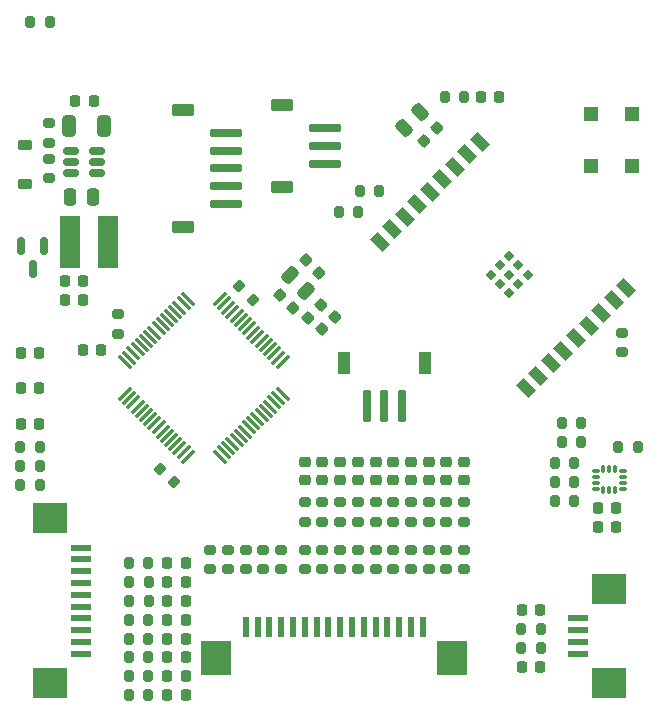
<source format=gbr>
%TF.GenerationSoftware,KiCad,Pcbnew,8.0.6-1.fc40*%
%TF.CreationDate,2025-02-15T22:24:14+01:00*%
%TF.ProjectId,airMouse-mcu,6169724d-6f75-4736-952d-6d63752e6b69,RC1*%
%TF.SameCoordinates,Original*%
%TF.FileFunction,Paste,Top*%
%TF.FilePolarity,Positive*%
%FSLAX46Y46*%
G04 Gerber Fmt 4.6, Leading zero omitted, Abs format (unit mm)*
G04 Created by KiCad (PCBNEW 8.0.6-1.fc40) date 2025-02-15 22:24:14*
%MOMM*%
%LPD*%
G01*
G04 APERTURE LIST*
G04 Aperture macros list*
%AMRoundRect*
0 Rectangle with rounded corners*
0 $1 Rounding radius*
0 $2 $3 $4 $5 $6 $7 $8 $9 X,Y pos of 4 corners*
0 Add a 4 corners polygon primitive as box body*
4,1,4,$2,$3,$4,$5,$6,$7,$8,$9,$2,$3,0*
0 Add four circle primitives for the rounded corners*
1,1,$1+$1,$2,$3*
1,1,$1+$1,$4,$5*
1,1,$1+$1,$6,$7*
1,1,$1+$1,$8,$9*
0 Add four rect primitives between the rounded corners*
20,1,$1+$1,$2,$3,$4,$5,0*
20,1,$1+$1,$4,$5,$6,$7,0*
20,1,$1+$1,$6,$7,$8,$9,0*
20,1,$1+$1,$8,$9,$2,$3,0*%
%AMRotRect*
0 Rectangle, with rotation*
0 The origin of the aperture is its center*
0 $1 length*
0 $2 width*
0 $3 Rotation angle, in degrees counterclockwise*
0 Add horizontal line*
21,1,$1,$2,0,0,$3*%
G04 Aperture macros list end*
%ADD10RoundRect,0.200000X-0.275000X0.200000X-0.275000X-0.200000X0.275000X-0.200000X0.275000X0.200000X0*%
%ADD11RoundRect,0.250000X-0.325000X-0.650000X0.325000X-0.650000X0.325000X0.650000X-0.325000X0.650000X0*%
%ADD12RoundRect,0.150000X0.512500X0.150000X-0.512500X0.150000X-0.512500X-0.150000X0.512500X-0.150000X0*%
%ADD13R,1.750000X4.500000*%
%ADD14RoundRect,0.225000X-0.225000X-0.250000X0.225000X-0.250000X0.225000X0.250000X-0.225000X0.250000X0*%
%ADD15RoundRect,0.250000X-0.159099X0.512652X-0.512652X0.159099X0.159099X-0.512652X0.512652X-0.159099X0*%
%ADD16RoundRect,0.225000X-0.017678X0.335876X-0.335876X0.017678X0.017678X-0.335876X0.335876X-0.017678X0*%
%ADD17RoundRect,0.250000X0.512652X0.159099X0.159099X0.512652X-0.512652X-0.159099X-0.159099X-0.512652X0*%
%ADD18RoundRect,0.225000X0.335876X0.017678X0.017678X0.335876X-0.335876X-0.017678X-0.017678X-0.335876X0*%
%ADD19RoundRect,0.250000X-0.250000X-0.475000X0.250000X-0.475000X0.250000X0.475000X-0.250000X0.475000X0*%
%ADD20RoundRect,0.200000X0.200000X0.275000X-0.200000X0.275000X-0.200000X-0.275000X0.200000X-0.275000X0*%
%ADD21RotRect,0.700000X0.700000X315.000000*%
%ADD22RotRect,1.500000X0.900000X315.000000*%
%ADD23RoundRect,0.075000X-0.441942X0.548008X-0.548008X0.441942X0.441942X-0.548008X0.548008X-0.441942X0*%
%ADD24RoundRect,0.075000X0.441942X0.548008X-0.548008X-0.441942X-0.441942X-0.548008X0.548008X0.441942X0*%
%ADD25RoundRect,0.087500X-0.225000X-0.087500X0.225000X-0.087500X0.225000X0.087500X-0.225000X0.087500X0*%
%ADD26RoundRect,0.087500X-0.087500X-0.225000X0.087500X-0.225000X0.087500X0.225000X-0.087500X0.225000X0*%
%ADD27R,1.200000X1.200000*%
%ADD28RoundRect,0.200000X-0.200000X-0.275000X0.200000X-0.275000X0.200000X0.275000X-0.200000X0.275000X0*%
%ADD29RoundRect,0.200000X0.275000X-0.200000X0.275000X0.200000X-0.275000X0.200000X-0.275000X-0.200000X0*%
%ADD30RoundRect,0.200000X-0.335876X-0.053033X-0.053033X-0.335876X0.335876X0.053033X0.053033X0.335876X0*%
%ADD31RoundRect,0.150000X-0.150000X0.587500X-0.150000X-0.587500X0.150000X-0.587500X0.150000X0.587500X0*%
%ADD32R,1.800000X0.600000*%
%ADD33R,3.000000X2.500000*%
%ADD34R,2.500000X3.000000*%
%ADD35R,0.600000X1.800000*%
%ADD36RoundRect,0.175000X-1.175000X0.175000X-1.175000X-0.175000X1.175000X-0.175000X1.175000X0.175000X0*%
%ADD37RoundRect,0.250000X-0.700000X0.300000X-0.700000X-0.300000X0.700000X-0.300000X0.700000X0.300000X0*%
%ADD38RoundRect,0.175000X0.175000X1.175000X-0.175000X1.175000X-0.175000X-1.175000X0.175000X-1.175000X0*%
%ADD39RoundRect,0.250000X0.300000X0.700000X-0.300000X0.700000X-0.300000X-0.700000X0.300000X-0.700000X0*%
%ADD40RoundRect,0.218750X-0.218750X-0.256250X0.218750X-0.256250X0.218750X0.256250X-0.218750X0.256250X0*%
%ADD41RoundRect,0.225000X-0.375000X0.225000X-0.375000X-0.225000X0.375000X-0.225000X0.375000X0.225000X0*%
%ADD42RoundRect,0.225000X0.250000X-0.225000X0.250000X0.225000X-0.250000X0.225000X-0.250000X-0.225000X0*%
%ADD43RoundRect,0.225000X0.225000X0.250000X-0.225000X0.250000X-0.225000X-0.250000X0.225000X-0.250000X0*%
%ADD44RoundRect,0.225000X0.017678X-0.335876X0.335876X-0.017678X-0.017678X0.335876X-0.335876X0.017678X0*%
G04 APERTURE END LIST*
D10*
%TO.C,R6*%
X104600000Y-97593599D03*
X104600000Y-99243599D03*
%TD*%
%TO.C,R5*%
X104600000Y-94593599D03*
X104600000Y-96243599D03*
%TD*%
D11*
%TO.C,C7*%
X106325000Y-94818599D03*
X109275000Y-94818599D03*
%TD*%
D12*
%TO.C,U2*%
X108700000Y-98818599D03*
X108700000Y-97868599D03*
X108700000Y-96918599D03*
X106425000Y-96918599D03*
X106425000Y-97868599D03*
X106425000Y-98818599D03*
%TD*%
D13*
%TO.C,L1*%
X106375000Y-104618599D03*
X109625000Y-104618599D03*
%TD*%
D14*
%TO.C,C36*%
X114625000Y-143018599D03*
X116175000Y-143018599D03*
%TD*%
D15*
%TO.C,C16*%
X136001076Y-93665513D03*
X134657574Y-95009015D03*
%TD*%
D16*
%TO.C,C15*%
X137477333Y-94989256D03*
X136381317Y-96085272D03*
%TD*%
D17*
%TO.C,C12*%
X125031535Y-107475796D03*
X126375037Y-108819298D03*
%TD*%
D18*
%TO.C,C11*%
X124155278Y-109099539D03*
X125251294Y-110195555D03*
%TD*%
D14*
%TO.C,C6*%
X106825000Y-92718599D03*
X108375000Y-92718599D03*
%TD*%
%TO.C,C4*%
X151062500Y-128768599D03*
X152612500Y-128768599D03*
%TD*%
D19*
%TO.C,C2*%
X106412500Y-100868599D03*
X108312500Y-100868599D03*
%TD*%
D20*
%TO.C,R54*%
X146225000Y-139018599D03*
X144575000Y-139018599D03*
%TD*%
%TO.C,R53*%
X146225000Y-137418599D03*
X144575000Y-137418599D03*
%TD*%
D21*
%TO.C,U4*%
X143566726Y-105851873D03*
X142788909Y-106629690D03*
X142011091Y-107407508D03*
X144344544Y-106629690D03*
X143566726Y-107407508D03*
X142788909Y-108185325D03*
X145122361Y-107407508D03*
X144344544Y-108185325D03*
X143566726Y-108963143D03*
D22*
X141084781Y-96157439D03*
X140024121Y-97218099D03*
X138963461Y-98278759D03*
X137902801Y-99339419D03*
X136842141Y-100400080D03*
X135781480Y-101460740D03*
X134720820Y-102521400D03*
X133660160Y-103582060D03*
X132599500Y-104642720D03*
X144973869Y-117017089D03*
X146034529Y-115956429D03*
X147095189Y-114895769D03*
X148155849Y-113835109D03*
X149216509Y-112774448D03*
X150277170Y-111713788D03*
X151337830Y-110653128D03*
X152398490Y-109592468D03*
X153459150Y-108531808D03*
%TD*%
D23*
%TO.C,U3*%
X124367767Y-117508728D03*
X124014214Y-117862281D03*
X123660661Y-118215834D03*
X123307107Y-118569388D03*
X122953554Y-118922941D03*
X122600000Y-119276495D03*
X122246447Y-119630048D03*
X121892894Y-119983601D03*
X121539340Y-120337155D03*
X121185787Y-120690708D03*
X120832234Y-121044261D03*
X120478680Y-121397815D03*
X120125127Y-121751368D03*
X119771573Y-122104922D03*
X119418020Y-122458475D03*
X119064467Y-122812028D03*
D24*
X116342105Y-122812028D03*
X115988552Y-122458475D03*
X115634999Y-122104922D03*
X115281445Y-121751368D03*
X114927892Y-121397815D03*
X114574338Y-121044261D03*
X114220785Y-120690708D03*
X113867232Y-120337155D03*
X113513678Y-119983601D03*
X113160125Y-119630048D03*
X112806572Y-119276495D03*
X112453018Y-118922941D03*
X112099465Y-118569388D03*
X111745911Y-118215834D03*
X111392358Y-117862281D03*
X111038805Y-117508728D03*
D23*
X111038805Y-114786366D03*
X111392358Y-114432813D03*
X111745911Y-114079260D03*
X112099465Y-113725706D03*
X112453018Y-113372153D03*
X112806572Y-113018599D03*
X113160125Y-112665046D03*
X113513678Y-112311493D03*
X113867232Y-111957939D03*
X114220785Y-111604386D03*
X114574338Y-111250833D03*
X114927892Y-110897279D03*
X115281445Y-110543726D03*
X115634999Y-110190172D03*
X115988552Y-109836619D03*
X116342105Y-109483066D03*
D24*
X119064467Y-109483066D03*
X119418020Y-109836619D03*
X119771573Y-110190172D03*
X120125127Y-110543726D03*
X120478680Y-110897279D03*
X120832234Y-111250833D03*
X121185787Y-111604386D03*
X121539340Y-111957939D03*
X121892894Y-112311493D03*
X122246447Y-112665046D03*
X122600000Y-113018599D03*
X122953554Y-113372153D03*
X123307107Y-113725706D03*
X123660661Y-114079260D03*
X124014214Y-114432813D03*
X124367767Y-114786366D03*
%TD*%
D25*
%TO.C,U1*%
X150875000Y-124018599D03*
X150875000Y-124518599D03*
X150875000Y-125018599D03*
X150875000Y-125518599D03*
D26*
X151537500Y-125681099D03*
X152037500Y-125681099D03*
X152537500Y-125681099D03*
D25*
X153200000Y-125518599D03*
X153200000Y-125018599D03*
X153200000Y-124518599D03*
X153200000Y-124018599D03*
D26*
X152537500Y-123856099D03*
X152037500Y-123856099D03*
X151537500Y-123856099D03*
%TD*%
D27*
%TO.C,SW1*%
X150450000Y-93793599D03*
X150450000Y-98243599D03*
X153950000Y-93793599D03*
X153950000Y-98243599D03*
%TD*%
D28*
%TO.C,R52*%
X113000000Y-131818599D03*
X111350000Y-131818599D03*
%TD*%
%TO.C,R51*%
X113025000Y-133418599D03*
X111375000Y-133418599D03*
%TD*%
%TO.C,R50*%
X113025000Y-135018599D03*
X111375000Y-135018599D03*
%TD*%
%TO.C,R49*%
X113000000Y-136618599D03*
X111350000Y-136618599D03*
%TD*%
%TO.C,R48*%
X113000000Y-138218599D03*
X111350000Y-138218599D03*
%TD*%
%TO.C,R47*%
X113000000Y-139818599D03*
X111350000Y-139818599D03*
%TD*%
%TO.C,R46*%
X113000000Y-141418599D03*
X111350000Y-141418599D03*
%TD*%
%TO.C,R45*%
X113000000Y-143018599D03*
X111350000Y-143018599D03*
%TD*%
D29*
%TO.C,R44*%
X126250000Y-126693599D03*
X126250000Y-128343599D03*
%TD*%
%TO.C,R43*%
X127750000Y-126693599D03*
X127750000Y-128343599D03*
%TD*%
%TO.C,R42*%
X129250000Y-126693599D03*
X129250000Y-128343599D03*
%TD*%
%TO.C,R41*%
X130750000Y-126693599D03*
X130750000Y-128343599D03*
%TD*%
%TO.C,R40*%
X132250000Y-126693599D03*
X132250000Y-128343599D03*
%TD*%
%TO.C,R39*%
X133750000Y-126693599D03*
X133750000Y-128343599D03*
%TD*%
%TO.C,R38*%
X135250000Y-126693599D03*
X135250000Y-128343599D03*
%TD*%
%TO.C,R37*%
X136750000Y-126693599D03*
X136750000Y-128343599D03*
%TD*%
%TO.C,R36*%
X138250000Y-126693599D03*
X138250000Y-128343599D03*
%TD*%
%TO.C,R35*%
X139750000Y-126693599D03*
X139750000Y-128343599D03*
%TD*%
D10*
%TO.C,R34*%
X126250000Y-132343599D03*
X126250000Y-130693599D03*
%TD*%
%TO.C,R33*%
X127750000Y-132343599D03*
X127750000Y-130693599D03*
%TD*%
%TO.C,R32*%
X129260000Y-132343599D03*
X129260000Y-130693599D03*
%TD*%
%TO.C,R31*%
X130750000Y-132343599D03*
X130750000Y-130693599D03*
%TD*%
%TO.C,R30*%
X132260000Y-132343599D03*
X132260000Y-130693599D03*
%TD*%
%TO.C,R29*%
X133760000Y-132343599D03*
X133760000Y-130693599D03*
%TD*%
%TO.C,R28*%
X135250000Y-132343599D03*
X135250000Y-130693599D03*
%TD*%
%TO.C,R27*%
X136750000Y-132343599D03*
X136750000Y-130693599D03*
%TD*%
%TO.C,R26*%
X138250000Y-132343599D03*
X138250000Y-130693599D03*
%TD*%
%TO.C,R25*%
X139750000Y-132343599D03*
X139750000Y-130693599D03*
%TD*%
%TO.C,R24*%
X118250000Y-132343599D03*
X118250000Y-130693599D03*
%TD*%
%TO.C,R23*%
X119750000Y-132343599D03*
X119750000Y-130693599D03*
%TD*%
%TO.C,R22*%
X121250000Y-132343599D03*
X121250000Y-130693599D03*
%TD*%
%TO.C,R21*%
X122750000Y-132343599D03*
X122750000Y-130693599D03*
%TD*%
%TO.C,R20*%
X124250000Y-132343599D03*
X124250000Y-130693599D03*
%TD*%
D28*
%TO.C,R19*%
X103000000Y-86018599D03*
X104650000Y-86018599D03*
%TD*%
%TO.C,R18*%
X138104325Y-92337264D03*
X139754325Y-92337264D03*
%TD*%
D29*
%TO.C,R17*%
X153129325Y-113962264D03*
X153129325Y-112312264D03*
%TD*%
D28*
%TO.C,R16*%
X102175000Y-123618599D03*
X103825000Y-123618599D03*
%TD*%
%TO.C,R15*%
X102175000Y-122018599D03*
X103825000Y-122018599D03*
%TD*%
%TO.C,R14*%
X102175000Y-125218599D03*
X103825000Y-125218599D03*
%TD*%
%TO.C,R13*%
X130904325Y-100337264D03*
X132554325Y-100337264D03*
%TD*%
%TO.C,R12*%
X129129325Y-102137264D03*
X130779325Y-102137264D03*
%TD*%
D30*
%TO.C,R11*%
X115183363Y-125001962D03*
X114016637Y-123835236D03*
%TD*%
D29*
%TO.C,R10*%
X110400000Y-112418599D03*
X110400000Y-110768599D03*
%TD*%
D28*
%TO.C,R9*%
X148012500Y-119968599D03*
X149662500Y-119968599D03*
%TD*%
%TO.C,R8*%
X148012500Y-121568599D03*
X149662500Y-121568599D03*
%TD*%
D30*
%TO.C,R7*%
X121886649Y-109530910D03*
X120719923Y-108364184D03*
%TD*%
D20*
%TO.C,R4*%
X149062500Y-126568599D03*
X147412500Y-126568599D03*
%TD*%
%TO.C,R3*%
X149062500Y-124968599D03*
X147412500Y-124968599D03*
%TD*%
%TO.C,R2*%
X149062500Y-123368599D03*
X147412500Y-123368599D03*
%TD*%
%TO.C,R1*%
X154462500Y-121968599D03*
X152812500Y-121968599D03*
%TD*%
D31*
%TO.C,Q1*%
X104150000Y-105018599D03*
X102250000Y-105018599D03*
X103200000Y-106893599D03*
%TD*%
D32*
%TO.C,J6*%
X149400000Y-139518599D03*
X149400000Y-138518599D03*
X149400000Y-137518599D03*
X149400000Y-136518599D03*
D33*
X152000000Y-142018599D03*
X152000000Y-134018599D03*
%TD*%
D32*
%TO.C,J5*%
X107287500Y-130518599D03*
X107287500Y-131518599D03*
X107287500Y-132518599D03*
X107287500Y-133518599D03*
X107287500Y-134518599D03*
X107287500Y-135518599D03*
X107287500Y-136518599D03*
X107287500Y-137518599D03*
X107287500Y-138518599D03*
X107287500Y-139518599D03*
D33*
X104687500Y-128018599D03*
X104687500Y-142018599D03*
%TD*%
D34*
%TO.C,J4*%
X138750000Y-139831099D03*
X118750000Y-139831099D03*
D35*
X136250000Y-137231099D03*
X135250000Y-137231099D03*
X134250000Y-137231099D03*
X133250000Y-137231099D03*
X132250000Y-137231099D03*
X131250000Y-137231099D03*
X130250000Y-137231099D03*
X129250000Y-137231099D03*
X128250000Y-137231099D03*
X127250000Y-137231099D03*
X126250000Y-137231099D03*
X125250000Y-137231099D03*
X124250000Y-137231099D03*
X123250000Y-137231099D03*
X122250000Y-137231099D03*
X121250000Y-137231099D03*
%TD*%
D36*
%TO.C,J3*%
X128000000Y-95018599D03*
X128000000Y-96518599D03*
X128000000Y-98018599D03*
D37*
X124300000Y-93068599D03*
X124300000Y-99968599D03*
%TD*%
D38*
%TO.C,J2*%
X134500000Y-118568599D03*
X133000000Y-118568599D03*
X131500000Y-118568599D03*
D39*
X136450000Y-114868599D03*
X129550000Y-114868599D03*
%TD*%
D36*
%TO.C,J1*%
X119600000Y-95418599D03*
X119600000Y-96918599D03*
X119600000Y-98418599D03*
X119600000Y-99918599D03*
X119600000Y-101418599D03*
D37*
X115900000Y-93468599D03*
X115900000Y-103368599D03*
%TD*%
D16*
%TO.C,FB1*%
X126555278Y-111095555D03*
X127651294Y-109999539D03*
%TD*%
D40*
%TO.C,D4*%
X102212500Y-117018599D03*
X103787500Y-117018599D03*
%TD*%
%TO.C,D3*%
X102212500Y-120018599D03*
X103787500Y-120018599D03*
%TD*%
%TO.C,D2*%
X102212500Y-114018599D03*
X103787500Y-114018599D03*
%TD*%
D41*
%TO.C,D1*%
X102600000Y-96418599D03*
X102600000Y-99718599D03*
%TD*%
D14*
%TO.C,C35*%
X114625000Y-141418599D03*
X116175000Y-141418599D03*
%TD*%
%TO.C,C34*%
X114625000Y-139818599D03*
X116175000Y-139818599D03*
%TD*%
%TO.C,C33*%
X114625000Y-138218599D03*
X116175000Y-138218599D03*
%TD*%
%TO.C,C32*%
X114625000Y-136618599D03*
X116175000Y-136618599D03*
%TD*%
%TO.C,C31*%
X114625000Y-135018599D03*
X116175000Y-135018599D03*
%TD*%
%TO.C,C30*%
X114625000Y-133418599D03*
X116175000Y-133418599D03*
%TD*%
%TO.C,C29*%
X114625000Y-131818599D03*
X116175000Y-131818599D03*
%TD*%
%TO.C,C28*%
X144625000Y-135818599D03*
X146175000Y-135818599D03*
%TD*%
%TO.C,C27*%
X144625000Y-140618599D03*
X146175000Y-140618599D03*
%TD*%
D42*
%TO.C,C26*%
X139750000Y-123243599D03*
X139750000Y-124793599D03*
%TD*%
%TO.C,C25*%
X138250000Y-123243599D03*
X138250000Y-124793599D03*
%TD*%
%TO.C,C24*%
X136750000Y-123243599D03*
X136750000Y-124793599D03*
%TD*%
%TO.C,C23*%
X135250000Y-123243599D03*
X135250000Y-124793599D03*
%TD*%
%TO.C,C22*%
X133750000Y-123243599D03*
X133750000Y-124793599D03*
%TD*%
%TO.C,C21*%
X132250000Y-123243599D03*
X132250000Y-124793599D03*
%TD*%
%TO.C,C20*%
X130750000Y-123243599D03*
X130750000Y-124793599D03*
%TD*%
%TO.C,C19*%
X129250000Y-123243599D03*
X129250000Y-124793599D03*
%TD*%
%TO.C,C18*%
X127750000Y-123243599D03*
X127750000Y-124793599D03*
%TD*%
%TO.C,C17*%
X126250000Y-123243599D03*
X126250000Y-124793599D03*
%TD*%
D14*
%TO.C,C14*%
X141179325Y-92337264D03*
X142729325Y-92337264D03*
%TD*%
D43*
%TO.C,C13*%
X109000000Y-113818599D03*
X107450000Y-113818599D03*
%TD*%
D18*
%TO.C,C10*%
X126355278Y-106199539D03*
X127451294Y-107295555D03*
%TD*%
D44*
%TO.C,C9*%
X128798008Y-110951992D03*
X127701992Y-112048008D03*
%TD*%
D14*
%TO.C,C5*%
X151062500Y-127168599D03*
X152612500Y-127168599D03*
%TD*%
%TO.C,C3*%
X105950000Y-107918599D03*
X107500000Y-107918599D03*
%TD*%
%TO.C,C1*%
X105950000Y-109518599D03*
X107500000Y-109518599D03*
%TD*%
M02*

</source>
